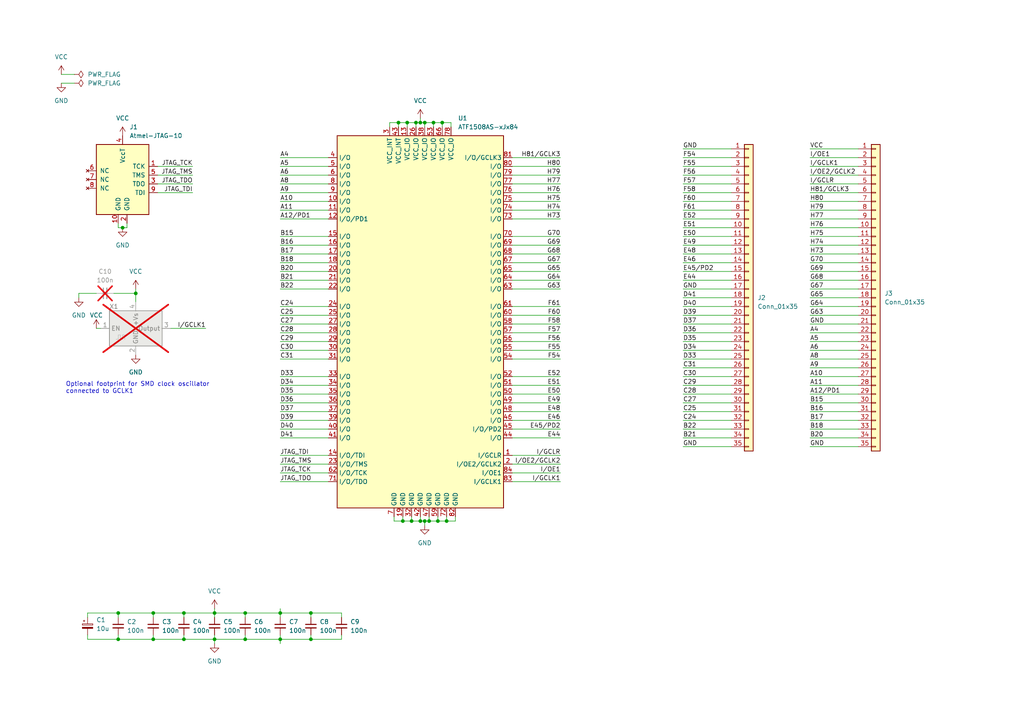
<source format=kicad_sch>
(kicad_sch (version 20230121) (generator eeschema)
  (paper "A4")
  (title_block (title "ATF1508 PLCC84 Breakout") (date "2023-06-17") (rev "A") (comment 2 "https://github.com/adrienkohlbecker/atf1508_plcc84_breakout") (comment 3 "Licensed under CERN-OHL-W v2") (comment 4 "Copyright © Adrien Kohlbecker"))
  (lib_symbols
    (symbol "Connector_Generic:Conn_01x35" (pin_names (offset 1.016) hide)
      (property "Reference" "J" (at 0 45.72 0))
      (property "Value" "Conn_01x35" (at 0 -45.72 0))
      (symbol "Conn_01x35_1_1"
        (rectangle (start -1.27 -43.053) (end 0 -43.307) (stroke (width 0.1524)))
        (rectangle (start -1.27 -40.513) (end 0 -40.767) (stroke (width 0.1524)))
        (rectangle (start -1.27 -37.973) (end 0 -38.227) (stroke (width 0.1524)))
        (rectangle (start -1.27 -35.433) (end 0 -35.687) (stroke (width 0.1524)))
        (rectangle (start -1.27 -32.893) (end 0 -33.147) (stroke (width 0.1524)))
        (rectangle (start -1.27 -30.353) (end 0 -30.607) (stroke (width 0.1524)))
        (rectangle (start -1.27 -27.813) (end 0 -28.067) (stroke (width 0.1524)))
        (rectangle (start -1.27 -25.273) (end 0 -25.527) (stroke (width 0.1524)))
        (rectangle (start -1.27 -22.733) (end 0 -22.987) (stroke (width 0.1524)))
        (rectangle (start -1.27 -20.193) (end 0 -20.447) (stroke (width 0.1524)))
        (rectangle (start -1.27 -17.653) (end 0 -17.907) (stroke (width 0.1524)))
        (rectangle (start -1.27 -15.113) (end 0 -15.367) (stroke (width 0.1524)))
        (rectangle (start -1.27 -12.573) (end 0 -12.827) (stroke (width 0.1524)))
        (rectangle (start -1.27 -10.033) (end 0 -10.287) (stroke (width 0.1524)))
        (rectangle (start -1.27 -7.493) (end 0 -7.747) (stroke (width 0.1524)))
        (rectangle (start -1.27 -4.953) (end 0 -5.207) (stroke (width 0.1524)))
        (rectangle (start -1.27 -2.413) (end 0 -2.667) (stroke (width 0.1524)))
        (rectangle (start -1.27 0.127) (end 0 -0.127) (stroke (width 0.1524)))
        (rectangle (start -1.27 2.667) (end 0 2.413) (stroke (width 0.1524)))
        (rectangle (start -1.27 5.207) (end 0 4.953) (stroke (width 0.1524)))
        (rectangle (start -1.27 7.747) (end 0 7.493) (stroke (width 0.1524)))
        (rectangle (start -1.27 10.287) (end 0 10.033) (stroke (width 0.1524)))
        (rectangle (start -1.27 12.827) (end 0 12.573) (stroke (width 0.1524)))
        (rectangle (start -1.27 15.367) (end 0 15.113) (stroke (width 0.1524)))
        (rectangle (start -1.27 17.907) (end 0 17.653) (stroke (width 0.1524)))
        (rectangle (start -1.27 20.447) (end 0 20.193) (stroke (width 0.1524)))
        (rectangle (start -1.27 22.987) (end 0 22.733) (stroke (width 0.1524)))
        (rectangle (start -1.27 25.527) (end 0 25.273) (stroke (width 0.1524)))
        (rectangle (start -1.27 28.067) (end 0 27.813) (stroke (width 0.1524)))
        (rectangle (start -1.27 30.607) (end 0 30.353) (stroke (width 0.1524)))
        (rectangle (start -1.27 33.147) (end 0 32.893) (stroke (width 0.1524)))
        (rectangle (start -1.27 35.687) (end 0 35.433) (stroke (width 0.1524)))
        (rectangle (start -1.27 38.227) (end 0 37.973) (stroke (width 0.1524)))
        (rectangle (start -1.27 40.767) (end 0 40.513) (stroke (width 0.1524)))
        (rectangle (start -1.27 43.307) (end 0 43.053) (stroke (width 0.1524)))
        (rectangle (start -1.27 44.45) (end 1.27 -44.45) (stroke (width 0.254)) (fill (type background)))
        (pin passive line (at -5.08 43.18 0) (length 3.81) (name "Pin_1") (number "1"))
        (pin passive line (at -5.08 20.32 0) (length 3.81) (name "Pin_10") (number "10"))
        (pin passive line (at -5.08 17.78 0) (length 3.81) (name "Pin_11") (number "11"))
        (pin passive line (at -5.08 15.24 0) (length 3.81) (name "Pin_12") (number "12"))
        (pin passive line (at -5.08 12.7 0) (length 3.81) (name "Pin_13") (number "13"))
        (pin passive line (at -5.08 10.16 0) (length 3.81) (name "Pin_14") (number "14"))
        (pin passive line (at -5.08 7.62 0) (length 3.81) (name "Pin_15") (number "15"))
        (pin passive line (at -5.08 5.08 0) (length 3.81) (name "Pin_16") (number "16"))
        (pin passive line (at -5.08 2.54 0) (length 3.81) (name "Pin_17") (number "17"))
        (pin passive line (at -5.08 0 0) (length 3.81) (name "Pin_18") (number "18"))
        (pin passive line (at -5.08 -2.54 0) (length 3.81) (name "Pin_19") (number "19"))
        (pin passive line (at -5.08 40.64 0) (length 3.81) (name "Pin_2") (number "2"))
        (pin passive line (at -5.08 -5.08 0) (length 3.81) (name "Pin_20") (number "20"))
        (pin passive line (at -5.08 -7.62 0) (length 3.81) (name "Pin_21") (number "21"))
        (pin passive line (at -5.08 -10.16 0) (length 3.81) (name "Pin_22") (number "22"))
        (pin passive line (at -5.08 -12.7 0) (length 3.81) (name "Pin_23") (number "23"))
        (pin passive line (at -5.08 -15.24 0) (length 3.81) (name "Pin_24") (number "24"))
        (pin passive line (at -5.08 -17.78 0) (length 3.81) (name "Pin_25") (number "25"))
        (pin passive line (at -5.08 -20.32 0) (length 3.81) (name "Pin_26") (number "26"))
        (pin passive line (at -5.08 -22.86 0) (length 3.81) (name "Pin_27") (number "27"))
        (pin passive line (at -5.08 -25.4 0) (length 3.81) (name "Pin_28") (number "28"))
        (pin passive line (at -5.08 -27.94 0) (length 3.81) (name "Pin_29") (number "29"))
        (pin passive line (at -5.08 38.1 0) (length 3.81) (name "Pin_3") (number "3"))
        (pin passive line (at -5.08 -30.48 0) (length 3.81) (name "Pin_30") (number "30"))
        (pin passive line (at -5.08 -33.02 0) (length 3.81) (name "Pin_31") (number "31"))
        (pin passive line (at -5.08 -35.56 0) (length 3.81) (name "Pin_32") (number "32"))
        (pin passive line (at -5.08 -38.1 0) (length 3.81) (name "Pin_33") (number "33"))
        (pin passive line (at -5.08 -40.64 0) (length 3.81) (name "Pin_34") (number "34"))
        (pin passive line (at -5.08 -43.18 0) (length 3.81) (name "Pin_35") (number "35"))
        (pin passive line (at -5.08 35.56 0) (length 3.81) (name "Pin_4") (number "4"))
        (pin passive line (at -5.08 33.02 0) (length 3.81) (name "Pin_5") (number "5"))
        (pin passive line (at -5.08 30.48 0) (length 3.81) (name "Pin_6") (number "6"))
        (pin passive line (at -5.08 27.94 0) (length 3.81) (name "Pin_7") (number "7"))
        (pin passive line (at -5.08 25.4 0) (length 3.81) (name "Pin_8") (number "8"))
        (pin passive line (at -5.08 22.86 0) (length 3.81) (name "Pin_9") (number "9"))
      )
    )
    (symbol "Device:C_Polarized_Small" (pin_numbers hide) (pin_names (offset 0.254) hide)
      (property "Reference" "C" (at 0.254 1.778 0))
      (property "Value" "C_Polarized_Small" (at 0.254 -2.032 0))
      (symbol "C_Polarized_Small_0_1"
        (rectangle (start -1.524 -0.3048) (end 1.524 -0.6858) (fill (type outline)))
        (rectangle (start -1.524 0.6858) (end 1.524 0.3048))
        (polyline (pts (xy -1.27 1.524) (xy -0.762 1.524)))
        (polyline (pts (xy -1.016 1.27) (xy -1.016 1.778)))
      )
      (symbol "C_Polarized_Small_1_1"
        (pin passive line (at 0 2.54 270) (length 1.8542) (name "~") (number "1"))
        (pin passive line (at 0 -2.54 90) (length 1.8542) (name "~") (number "2"))
      )
    )
    (symbol "Device:C_Small" (pin_numbers hide) (pin_names (offset 0.254) hide)
      (property "Reference" "C" (at 0.254 1.778 0))
      (property "Value" "C_Small" (at 0.254 -2.032 0))
      (symbol "C_Small_0_1"
        (polyline (pts (xy -1.524 -0.508) (xy 1.524 -0.508)) (stroke (width 0.3302)))
        (polyline (pts (xy -1.524 0.508) (xy 1.524 0.508)) (stroke (width 0.3048)))
      )
      (symbol "C_Small_1_1"
        (pin passive line (at 0 2.54 270) (length 2.032) (name "~") (number "1"))
        (pin passive line (at 0 -2.54 90) (length 2.032) (name "~") (number "2"))
      )
    )
    (symbol "Oscillator:CFPS-72"
      (property "Reference" "X1" (at 13.97 3.8861 0))
      (property "Value" "CFPS-72" (at 13.97 1.3461 0))
      (symbol "CFPS-72_0_1"
        (polyline (pts (xy -5.715 -3.175) (xy -5.08 -3.175) (xy -5.08 -1.905) (xy -4.445 -1.905) (xy -4.445 -3.175) (xy -3.81 -3.175) (xy -3.81 -1.905) (xy -3.175 -1.905) (xy -3.175 -3.175)) (stroke (width 0.0005)))
      )
      (symbol "CFPS-72_1_1"
        (rectangle (start -7.62 5.08) (end 7.62 -5.08) (stroke (width 0.254)) (fill (type background)))
        (pin input line (at -10.16 0 0) (length 2.54) (name "EN") (number "1"))
        (pin power_in line (at 0 -7.62 90) (length 2.54) (name "GND") (number "2"))
        (pin output line (at 10.16 0 180) (length 2.54) (name "Output") (number "3"))
        (pin power_in line (at 0 7.62 270) (length 2.54) (name "+Vs") (number "4"))
      )
    )
    (symbol "atf1508_plcc84_breakout:ATF1508AS-xJx84"
      (property "Reference" "U?" (at -22.86 53.34 0))
      (property "Value" "ATF1508AS-xJx84" (at 15.24 53.34 0))
      (symbol "ATF1508AS-xJx84_0_1"
        (rectangle (start -24.13 52.07) (end 24.13 -55.88) (stroke (width 0.254)) (fill (type background)))
      )
      (symbol "ATF1508AS-xJx84_1_1"
        (pin input line (at 26.67 -40.64 180) (length 2.54) (name "I/GCLR") (number "1"))
        (pin bidirectional line (at -26.67 33.02 0) (length 2.54) (name "I/O") (number "10"))
        (pin bidirectional line (at -26.67 30.48 0) (length 2.54) (name "I/O") (number "11"))
        (pin bidirectional line (at -26.67 27.94 0) (length 2.54) (name "I/O/PD1") (number "12"))
        (pin power_in line (at -3.81 54.61 270) (length 2.54) (name "VCC_IO") (number "13"))
        (pin bidirectional line (at -26.67 -40.64 0) (length 2.54) (name "I/O/TDI") (number "14"))
        (pin bidirectional line (at -26.67 22.86 0) (length 2.54) (name "I/O") (number "15"))
        (pin bidirectional line (at -26.67 20.32 0) (length 2.54) (name "I/O") (number "16"))
        (pin bidirectional line (at -26.67 17.78 0) (length 2.54) (name "I/O") (number "17"))
        (pin bidirectional line (at -26.67 15.24 0) (length 2.54) (name "I/O") (number "18"))
        (pin power_in line (at -5.08 -58.42 90) (length 2.54) (name "GND") (number "19"))
        (pin input line (at 26.67 -43.18 180) (length 2.54) (name "I/OE2/GCLK2") (number "2"))
        (pin bidirectional line (at -26.67 12.7 0) (length 2.54) (name "I/O") (number "20"))
        (pin bidirectional line (at -26.67 10.16 0) (length 2.54) (name "I/O") (number "21"))
        (pin bidirectional line (at -26.67 7.62 0) (length 2.54) (name "I/O") (number "22"))
        (pin bidirectional line (at -26.67 -43.18 0) (length 2.54) (name "I/O/TMS") (number "23"))
        (pin bidirectional line (at -26.67 2.54 0) (length 2.54) (name "I/O") (number "24"))
        (pin bidirectional line (at -26.67 0 0) (length 2.54) (name "I/O") (number "25"))
        (pin power_in line (at -1.27 54.61 270) (length 2.54) (name "VCC_IO") (number "26"))
        (pin bidirectional line (at -26.67 -2.54 0) (length 2.54) (name "I/O") (number "27"))
        (pin bidirectional line (at -26.67 -5.08 0) (length 2.54) (name "I/O") (number "28"))
        (pin bidirectional line (at -26.67 -7.62 0) (length 2.54) (name "I/O") (number "29"))
        (pin power_in line (at -8.89 54.61 270) (length 2.54) (name "VCC_INT") (number "3"))
        (pin bidirectional line (at -26.67 -10.16 0) (length 2.54) (name "I/O") (number "30"))
        (pin bidirectional line (at -26.67 -12.7 0) (length 2.54) (name "I/O") (number "31"))
        (pin power_in line (at -2.54 -58.42 90) (length 2.54) (name "GND") (number "32"))
        (pin bidirectional line (at -26.67 -17.78 0) (length 2.54) (name "I/O") (number "33"))
        (pin bidirectional line (at -26.67 -20.32 0) (length 2.54) (name "I/O") (number "34"))
        (pin bidirectional line (at -26.67 -22.86 0) (length 2.54) (name "I/O") (number "35"))
        (pin bidirectional line (at -26.67 -25.4 0) (length 2.54) (name "I/O") (number "36"))
        (pin bidirectional line (at -26.67 -27.94 0) (length 2.54) (name "I/O") (number "37"))
        (pin power_in line (at 1.27 54.61 270) (length 2.54) (name "VCC_IO") (number "38"))
        (pin bidirectional line (at -26.67 -30.48 0) (length 2.54) (name "I/O") (number "39"))
        (pin bidirectional line (at -26.67 45.72 0) (length 2.54) (name "I/O") (number "4"))
        (pin bidirectional line (at -26.67 -33.02 0) (length 2.54) (name "I/O") (number "40"))
        (pin bidirectional line (at -26.67 -35.56 0) (length 2.54) (name "I/O") (number "41"))
        (pin power_in line (at 0 -58.42 90) (length 2.54) (name "GND") (number "42"))
        (pin power_in line (at -6.35 54.61 270) (length 2.54) (name "VCC_INT") (number "43"))
        (pin bidirectional line (at 26.67 -35.56 180) (length 2.54) (name "I/O") (number "44"))
        (pin bidirectional line (at 26.67 -33.02 180) (length 2.54) (name "I/O/PD2") (number "45"))
        (pin bidirectional line (at 26.67 -30.48 180) (length 2.54) (name "I/O") (number "46"))
        (pin power_in line (at 2.54 -58.42 90) (length 2.54) (name "GND") (number "47"))
        (pin bidirectional line (at 26.67 -27.94 180) (length 2.54) (name "I/O") (number "48"))
        (pin bidirectional line (at 26.67 -25.4 180) (length 2.54) (name "I/O") (number "49"))
        (pin bidirectional line (at -26.67 43.18 0) (length 2.54) (name "I/O") (number "5"))
        (pin bidirectional line (at 26.67 -22.86 180) (length 2.54) (name "I/O") (number "50"))
        (pin bidirectional line (at 26.67 -20.32 180) (length 2.54) (name "I/O") (number "51"))
        (pin bidirectional line (at 26.67 -17.78 180) (length 2.54) (name "I/O") (number "52"))
        (pin power_in line (at 3.81 54.61 270) (length 2.54) (name "VCC_IO") (number "53"))
        (pin bidirectional line (at 26.67 -12.7 180) (length 2.54) (name "I/O") (number "54"))
        (pin bidirectional line (at 26.67 -10.16 180) (length 2.54) (name "I/O") (number "55"))
        (pin bidirectional line (at 26.67 -7.62 180) (length 2.54) (name "I/O") (number "56"))
        (pin bidirectional line (at 26.67 -5.08 180) (length 2.54) (name "I/O") (number "57"))
        (pin bidirectional line (at 26.67 -2.54 180) (length 2.54) (name "I/O") (number "58"))
        (pin power_in line (at 5.08 -58.42 90) (length 2.54) (name "GND") (number "59"))
        (pin bidirectional line (at -26.67 40.64 0) (length 2.54) (name "I/O") (number "6"))
        (pin bidirectional line (at 26.67 0 180) (length 2.54) (name "I/O") (number "60"))
        (pin bidirectional line (at 26.67 2.54 180) (length 2.54) (name "I/O") (number "61"))
        (pin bidirectional line (at -26.67 -45.72 0) (length 2.54) (name "I/O/TCK") (number "62"))
        (pin bidirectional line (at 26.67 7.62 180) (length 2.54) (name "I/O") (number "63"))
        (pin bidirectional line (at 26.67 10.16 180) (length 2.54) (name "I/O") (number "64"))
        (pin bidirectional line (at 26.67 12.7 180) (length 2.54) (name "I/O") (number "65"))
        (pin power_in line (at 6.35 54.61 270) (length 2.54) (name "VCC_IO") (number "66"))
        (pin bidirectional line (at 26.67 15.24 180) (length 2.54) (name "I/O") (number "67"))
        (pin bidirectional line (at 26.67 17.78 180) (length 2.54) (name "I/O") (number "68"))
        (pin bidirectional line (at 26.67 20.32 180) (length 2.54) (name "I/O") (number "69"))
        (pin power_in line (at -7.62 -58.42 90) (length 2.54) (name "GND") (number "7"))
        (pin bidirectional line (at 26.67 22.86 180) (length 2.54) (name "I/O") (number "70"))
        (pin bidirectional line (at -26.67 -48.26 0) (length 2.54) (name "I/O/TDO") (number "71"))
        (pin power_in line (at 7.62 -58.42 90) (length 2.54) (name "GND") (number "72"))
        (pin bidirectional line (at 26.67 27.94 180) (length 2.54) (name "I/O") (number "73"))
        (pin bidirectional line (at 26.67 30.48 180) (length 2.54) (name "I/O") (number "74"))
        (pin bidirectional line (at 26.67 33.02 180) (length 2.54) (name "I/O") (number "75"))
        (pin bidirectional line (at 26.67 35.56 180) (length 2.54) (name "I/O") (number "76"))
        (pin bidirectional line (at 26.67 38.1 180) (length 2.54) (name "I/O") (number "77"))
        (pin power_in line (at 8.89 54.61 270) (length 2.54) (name "VCC_IO") (number "78"))
        (pin bidirectional line (at 26.67 40.64 180) (length 2.54) (name "I/O") (number "79"))
        (pin bidirectional line (at -26.67 38.1 0) (length 2.54) (name "I/O") (number "8"))
        (pin bidirectional line (at 26.67 43.18 180) (length 2.54) (name "I/O") (number "80"))
        (pin bidirectional line (at 26.67 45.72 180) (length 2.54) (name "I/O/GCLK3") (number "81"))
        (pin power_in line (at 10.16 -58.42 90) (length 2.54) (name "GND") (number "82"))
        (pin input line (at 26.67 -48.26 180) (length 2.54) (name "I/GCLK1") (number "83"))
        (pin input line (at 26.67 -45.72 180) (length 2.54) (name "I/OE1") (number "84"))
        (pin bidirectional line (at -26.67 35.56 0) (length 2.54) (name "I/O") (number "9"))
      )
    )
    (symbol "atf1508_plcc84_breakout:Atmel-JTAG-10" (pin_names (offset 1.016))
      (property "Reference" "J" (at -7.62 11.43 0))
      (property "Value" "Atmel-JTAG-10" (at 2.54 11.43 0))
      (symbol "Atmel-JTAG-10_0_1"
        (rectangle (start -7.62 10.16) (end 7.62 -10.16) (stroke (width 0.254)) (fill (type background)))
      )
      (symbol "Atmel-JTAG-10_1_1"
        (pin output line (at 10.16 3.81 180) (length 2.54) (name "TCK") (number "1"))
        (pin power_in line (at -1.27 -12.7 90) (length 2.54) (name "GND") (number "10"))
        (pin passive line (at 1.27 -12.7 90) (length 2.54) (name "GND") (number "2"))
        (pin input line (at 10.16 -1.27 180) (length 2.54) (name "TDO") (number "3"))
        (pin power_in line (at 0 12.7 270) (length 2.54) (name "VccT") (number "4"))
        (pin output line (at 10.16 1.27 180) (length 2.54) (name "TMS") (number "5"))
        (pin no_connect line (at -10.16 2.54 0) (length 2.54) (name "NC") (number "6"))
        (pin no_connect line (at -10.16 0 0) (length 2.54) (name "NC") (number "7"))
        (pin no_connect line (at -10.16 -2.54 0) (length 2.54) (name "NC") (number "8"))
        (pin output line (at 10.16 -3.81 180) (length 2.54) (name "TDI") (number "9"))
      )
    )
    (symbol "power:GND" (power) (pin_names (offset 0))
      (property "Value" "GND" (at 0 -3.81 0))
      (symbol "GND_0_1"
        (polyline (pts (xy 0 0) (xy 0 -1.27) (xy 1.27 -1.27) (xy 0 -2.54) (xy -1.27 -1.27) (xy 0 -1.27)))
      )
      (symbol "GND_1_1"
        (pin power_in line (at 0 0 270) (length 0) hide (name "GND") (number "1"))
      )
    )
    (symbol "power:PWR_FLAG" (power) (pin_numbers hide) (pin_names (offset 0) hide)
      (property "Value" "PWR_FLAG" (at 0 3.81 0))
      (symbol "PWR_FLAG_0_0"
        (pin power_out line (at 0 0 90) (length 0) (name "pwr") (number "1"))
      )
      (symbol "PWR_FLAG_0_1"
        (polyline (pts (xy 0 0) (xy 0 1.27) (xy -1.016 1.905) (xy 0 2.54) (xy 1.016 1.905) (xy 0 1.27)))
      )
    )
    (symbol "power:VCC" (power) (pin_names (offset 0))
      (property "Value" "VCC" (at 0 3.81 0))
      (symbol "VCC_0_1"
        (polyline (pts (xy -0.762 1.27) (xy 0 2.54)))
        (polyline (pts (xy 0 0) (xy 0 2.54)))
        (polyline (pts (xy 0 2.54) (xy 0.762 1.27)))
      )
      (symbol "VCC_1_1"
        (pin power_in line (at 0 0 90) (length 0) hide (name "VCC") (number "1"))
      )
    )
  )
  (junction (at 44.45 177.8))
  (junction (at 121.92 151.13))
  (junction (at 115.57 35.56))
  (junction (at 90.17 185.42))
  (junction (at 120.65 35.56))
  (junction (at 71.12 185.42))
  (junction (at 81.28 185.42))
  (junction (at 35.56 66.04))
  (junction (at 62.23 185.42))
  (junction (at 71.12 177.8))
  (junction (at 124.46 151.13))
  (junction (at 118.11 35.56))
  (junction (at 128.27 35.56))
  (junction (at 34.29 185.42))
  (junction (at 119.38 151.13))
  (junction (at 116.84 151.13))
  (junction (at 62.23 177.8))
  (junction (at 53.34 177.8))
  (junction (at 127 151.13))
  (junction (at 81.28 177.8))
  (junction (at 121.92 35.56))
  (junction (at 53.34 185.42))
  (junction (at 129.54 151.13))
  (junction (at 90.17 177.8))
  (junction (at 44.45 185.42))
  (junction (at 39.37 85.09))
  (junction (at 123.19 151.13))
  (junction (at 125.73 35.56))
  (junction (at 123.19 35.56))
  (junction (at 34.29 177.8))
  (wire (pts (xy 212.09 119.38) (xy 198.12 119.38)))
  (wire (pts (xy 123.19 151.13) (xy 123.19 152.4)))
  (wire (pts (xy 81.28 101.6) (xy 95.25 101.6)))
  (wire (pts (xy 81.28 71.12) (xy 95.25 71.12)))
  (wire (pts (xy 148.59 121.92) (xy 162.56 121.92)))
  (wire (pts (xy 27.94 95.25) (xy 29.21 95.25)))
  (wire (pts (xy 22.86 85.09) (xy 27.94 85.09)))
  (wire (pts (xy 34.29 177.8) (xy 34.29 179.07)))
  (wire (pts (xy 39.37 85.09) (xy 39.37 83.82)))
  (wire (pts (xy 148.59 104.14) (xy 162.56 104.14)))
  (wire (pts (xy 148.59 58.42) (xy 162.56 58.42)))
  (wire (pts (xy 132.08 151.13) (xy 132.08 149.86)))
  (wire (pts (xy 234.95 124.46) (xy 248.92 124.46)))
  (wire (pts (xy 148.59 101.6) (xy 162.56 101.6)))
  (wire (pts (xy 81.28 139.7) (xy 95.25 139.7)))
  (wire (pts (xy 248.92 60.96) (xy 234.95 60.96)))
  (wire (pts (xy 198.12 55.88) (xy 212.09 55.88)))
  (wire (pts (xy 212.09 86.36) (xy 198.12 86.36)))
  (wire (pts (xy 53.34 177.8) (xy 53.34 179.07)))
  (wire (pts (xy 234.95 101.6) (xy 248.92 101.6)))
  (wire (pts (xy 198.12 73.66) (xy 212.09 73.66)))
  (wire (pts (xy 45.72 50.8) (xy 55.88 50.8)))
  (wire (pts (xy 17.78 24.13) (xy 21.59 24.13)))
  (wire (pts (xy 81.28 63.5) (xy 95.25 63.5)))
  (wire (pts (xy 81.28 127) (xy 95.25 127)))
  (wire (pts (xy 148.59 55.88) (xy 162.56 55.88)))
  (wire (pts (xy 44.45 177.8) (xy 53.34 177.8)))
  (wire (pts (xy 81.28 76.2) (xy 95.25 76.2)))
  (wire (pts (xy 234.95 111.76) (xy 248.92 111.76)))
  (wire (pts (xy 128.27 35.56) (xy 128.27 36.83)))
  (wire (pts (xy 248.92 91.44) (xy 234.95 91.44)))
  (wire (pts (xy 45.72 55.88) (xy 55.88 55.88)))
  (wire (pts (xy 81.28 177.8) (xy 90.17 177.8)))
  (wire (pts (xy 212.09 111.76) (xy 198.12 111.76)))
  (wire (pts (xy 22.86 86.36) (xy 22.86 85.09)))
  (wire (pts (xy 248.92 63.5) (xy 234.95 63.5)))
  (wire (pts (xy 212.09 106.68) (xy 198.12 106.68)))
  (wire (pts (xy 148.59 48.26) (xy 162.56 48.26)))
  (wire (pts (xy 198.12 68.58) (xy 212.09 68.58)))
  (wire (pts (xy 198.12 50.8) (xy 212.09 50.8)))
  (wire (pts (xy 81.28 134.62) (xy 95.25 134.62)))
  (wire (pts (xy 123.19 151.13) (xy 121.92 151.13)))
  (wire (pts (xy 81.28 185.42) (xy 81.28 184.15)))
  (wire (pts (xy 148.59 96.52) (xy 162.56 96.52)))
  (wire (pts (xy 248.92 81.28) (xy 234.95 81.28)))
  (wire (pts (xy 115.57 35.56) (xy 115.57 36.83)))
  (wire (pts (xy 34.29 177.8) (xy 25.4 177.8)))
  (wire (pts (xy 81.28 114.3) (xy 95.25 114.3)))
  (wire (pts (xy 62.23 177.8) (xy 53.34 177.8)))
  (wire (pts (xy 116.84 151.13) (xy 116.84 149.86)))
  (wire (pts (xy 81.28 78.74) (xy 95.25 78.74)))
  (wire (pts (xy 148.59 91.44) (xy 162.56 91.44)))
  (wire (pts (xy 62.23 185.42) (xy 71.12 185.42)))
  (wire (pts (xy 248.92 86.36) (xy 234.95 86.36)))
  (wire (pts (xy 148.59 76.2) (xy 162.56 76.2)))
  (wire (pts (xy 234.95 109.22) (xy 248.92 109.22)))
  (wire (pts (xy 90.17 185.42) (xy 99.06 185.42)))
  (wire (pts (xy 148.59 60.96) (xy 162.56 60.96)))
  (wire (pts (xy 39.37 85.09) (xy 39.37 87.63)))
  (wire (pts (xy 121.92 34.29) (xy 121.92 35.56)))
  (wire (pts (xy 198.12 45.72) (xy 212.09 45.72)))
  (wire (pts (xy 53.34 185.42) (xy 53.34 184.15)))
  (wire (pts (xy 90.17 185.42) (xy 90.17 184.15)))
  (wire (pts (xy 148.59 119.38) (xy 162.56 119.38)))
  (wire (pts (xy 129.54 151.13) (xy 129.54 149.86)))
  (wire (pts (xy 81.28 55.88) (xy 95.25 55.88)))
  (wire (pts (xy 62.23 185.42) (xy 62.23 184.15)))
  (wire (pts (xy 234.95 45.72) (xy 248.92 45.72)))
  (wire (pts (xy 248.92 71.12) (xy 234.95 71.12)))
  (wire (pts (xy 162.56 132.08) (xy 148.59 132.08)))
  (wire (pts (xy 35.56 66.04) (xy 36.83 66.04)))
  (wire (pts (xy 234.95 114.3) (xy 248.92 114.3)))
  (wire (pts (xy 198.12 71.12) (xy 212.09 71.12)))
  (wire (pts (xy 129.54 151.13) (xy 132.08 151.13)))
  (wire (pts (xy 114.3 151.13) (xy 114.3 149.86)))
  (wire (pts (xy 212.09 88.9) (xy 198.12 88.9)))
  (wire (pts (xy 45.72 53.34) (xy 55.88 53.34)))
  (wire (pts (xy 148.59 116.84) (xy 162.56 116.84)))
  (wire (pts (xy 248.92 66.04) (xy 234.95 66.04)))
  (wire (pts (xy 115.57 35.56) (xy 113.03 35.56)))
  (wire (pts (xy 81.28 119.38) (xy 95.25 119.38)))
  (wire (pts (xy 49.53 95.25) (xy 59.69 95.25)))
  (wire (pts (xy 116.84 151.13) (xy 114.3 151.13)))
  (wire (pts (xy 212.09 99.06) (xy 198.12 99.06)))
  (wire (pts (xy 121.92 149.86) (xy 121.92 151.13)))
  (wire (pts (xy 148.59 45.72) (xy 162.56 45.72)))
  (wire (pts (xy 53.34 185.42) (xy 62.23 185.42)))
  (wire (pts (xy 198.12 58.42) (xy 212.09 58.42)))
  (wire (pts (xy 248.92 73.66) (xy 234.95 73.66)))
  (wire (pts (xy 62.23 185.42) (xy 62.23 186.69)))
  (wire (pts (xy 81.28 177.8) (xy 81.28 179.07)))
  (wire (pts (xy 44.45 185.42) (xy 44.45 184.15)))
  (wire (pts (xy 148.59 73.66) (xy 162.56 73.66)))
  (wire (pts (xy 34.29 66.04) (xy 34.29 64.77)))
  (wire (pts (xy 81.28 45.72) (xy 95.25 45.72)))
  (wire (pts (xy 148.59 78.74) (xy 162.56 78.74)))
  (wire (pts (xy 124.46 151.13) (xy 123.19 151.13)))
  (wire (pts (xy 162.56 139.7) (xy 148.59 139.7)))
  (wire (pts (xy 148.59 53.34) (xy 162.56 53.34)))
  (wire (pts (xy 81.28 48.26) (xy 95.25 48.26)))
  (wire (pts (xy 148.59 81.28) (xy 162.56 81.28)))
  (wire (pts (xy 81.28 53.34) (xy 95.25 53.34)))
  (wire (pts (xy 212.09 104.14) (xy 198.12 104.14)))
  (wire (pts (xy 248.92 68.58) (xy 234.95 68.58)))
  (wire (pts (xy 81.28 60.96) (xy 95.25 60.96)))
  (wire (pts (xy 120.65 36.83) (xy 120.65 35.56)))
  (wire (pts (xy 148.59 88.9) (xy 162.56 88.9)))
  (wire (pts (xy 248.92 96.52) (xy 234.95 96.52)))
  (wire (pts (xy 234.95 93.98) (xy 248.92 93.98)))
  (wire (pts (xy 148.59 109.22) (xy 162.56 109.22)))
  (wire (pts (xy 33.02 85.09) (xy 39.37 85.09)))
  (wire (pts (xy 212.09 101.6) (xy 198.12 101.6)))
  (wire (pts (xy 120.65 35.56) (xy 121.92 35.56)))
  (wire (pts (xy 81.28 111.76) (xy 95.25 111.76)))
  (wire (pts (xy 123.19 35.56) (xy 123.19 36.83)))
  (wire (pts (xy 71.12 177.8) (xy 71.12 179.07)))
  (wire (pts (xy 212.09 96.52) (xy 198.12 96.52)))
  (wire (pts (xy 248.92 58.42) (xy 234.95 58.42)))
  (wire (pts (xy 130.81 35.56) (xy 130.81 36.83)))
  (wire (pts (xy 234.95 119.38) (xy 248.92 119.38)))
  (wire (pts (xy 234.95 99.06) (xy 248.92 99.06)))
  (wire (pts (xy 81.28 185.42) (xy 81.28 186.69)))
  (wire (pts (xy 81.28 91.44) (xy 95.25 91.44)))
  (wire (pts (xy 127 149.86) (xy 127 151.13)))
  (wire (pts (xy 198.12 53.34) (xy 212.09 53.34)))
  (wire (pts (xy 81.28 132.08) (xy 95.25 132.08)))
  (wire (pts (xy 36.83 66.04) (xy 36.83 64.77)))
  (wire (pts (xy 198.12 129.54) (xy 212.09 129.54)))
  (wire (pts (xy 99.06 177.8) (xy 99.06 179.07)))
  (wire (pts (xy 148.59 68.58) (xy 162.56 68.58)))
  (wire (pts (xy 198.12 78.74) (xy 212.09 78.74)))
  (wire (pts (xy 234.95 127) (xy 248.92 127)))
  (wire (pts (xy 234.95 106.68) (xy 248.92 106.68)))
  (wire (pts (xy 234.95 121.92) (xy 248.92 121.92)))
  (wire (pts (xy 81.28 88.9) (xy 95.25 88.9)))
  (wire (pts (xy 25.4 177.8) (xy 25.4 179.07)))
  (wire (pts (xy 81.28 58.42) (xy 95.25 58.42)))
  (wire (pts (xy 125.73 35.56) (xy 128.27 35.56)))
  (wire (pts (xy 81.28 121.92) (xy 95.25 121.92)))
  (wire (pts (xy 212.09 93.98) (xy 198.12 93.98)))
  (wire (pts (xy 148.59 124.46) (xy 162.56 124.46)))
  (wire (pts (xy 81.28 68.58) (xy 95.25 68.58)))
  (wire (pts (xy 119.38 151.13) (xy 119.38 149.86)))
  (wire (pts (xy 62.23 177.8) (xy 62.23 179.07)))
  (wire (pts (xy 148.59 93.98) (xy 162.56 93.98)))
  (wire (pts (xy 81.28 116.84) (xy 95.25 116.84)))
  (wire (pts (xy 81.28 185.42) (xy 90.17 185.42)))
  (wire (pts (xy 118.11 36.83) (xy 118.11 35.56)))
  (wire (pts (xy 125.73 35.56) (xy 125.73 36.83)))
  (wire (pts (xy 198.12 60.96) (xy 212.09 60.96)))
  (wire (pts (xy 81.28 124.46) (xy 95.25 124.46)))
  (wire (pts (xy 148.59 83.82) (xy 162.56 83.82)))
  (wire (pts (xy 234.95 104.14) (xy 248.92 104.14)))
  (wire (pts (xy 148.59 99.06) (xy 162.56 99.06)))
  (wire (pts (xy 198.12 127) (xy 212.09 127)))
  (wire (pts (xy 148.59 63.5) (xy 162.56 63.5)))
  (wire (pts (xy 212.09 109.22) (xy 198.12 109.22)))
  (wire (pts (xy 45.72 48.26) (xy 55.88 48.26)))
  (wire (pts (xy 119.38 151.13) (xy 116.84 151.13)))
  (wire (pts (xy 90.17 177.8) (xy 99.06 177.8)))
  (wire (pts (xy 81.28 96.52) (xy 95.25 96.52)))
  (wire (pts (xy 118.11 35.56) (xy 120.65 35.56)))
  (wire (pts (xy 99.06 185.42) (xy 99.06 184.15)))
  (wire (pts (xy 198.12 66.04) (xy 212.09 66.04)))
  (wire (pts (xy 25.4 185.42) (xy 25.4 184.15)))
  (wire (pts (xy 212.09 91.44) (xy 198.12 91.44)))
  (wire (pts (xy 127 151.13) (xy 129.54 151.13)))
  (wire (pts (xy 212.09 116.84) (xy 198.12 116.84)))
  (wire (pts (xy 81.28 137.16) (xy 95.25 137.16)))
  (wire (pts (xy 198.12 81.28) (xy 212.09 81.28)))
  (wire (pts (xy 162.56 134.62) (xy 148.59 134.62)))
  (wire (pts (xy 44.45 177.8) (xy 44.45 179.07)))
  (wire (pts (xy 44.45 177.8) (xy 34.29 177.8)))
  (wire (pts (xy 17.78 21.59) (xy 21.59 21.59)))
  (wire (pts (xy 162.56 137.16) (xy 148.59 137.16)))
  (wire (pts (xy 81.28 93.98) (xy 95.25 93.98)))
  (wire (pts (xy 234.95 53.34) (xy 248.92 53.34)))
  (wire (pts (xy 198.12 76.2) (xy 212.09 76.2)))
  (wire (pts (xy 71.12 185.42) (xy 71.12 184.15)))
  (wire (pts (xy 234.95 50.8) (xy 248.92 50.8)))
  (wire (pts (xy 81.28 109.22) (xy 95.25 109.22)))
  (wire (pts (xy 248.92 55.88) (xy 234.95 55.88)))
  (wire (pts (xy 198.12 43.18) (xy 212.09 43.18)))
  (wire (pts (xy 248.92 88.9) (xy 234.95 88.9)))
  (wire (pts (xy 124.46 149.86) (xy 124.46 151.13)))
  (wire (pts (xy 148.59 111.76) (xy 162.56 111.76)))
  (wire (pts (xy 81.28 73.66) (xy 95.25 73.66)))
  (wire (pts (xy 148.59 127) (xy 162.56 127)))
  (wire (pts (xy 148.59 71.12) (xy 162.56 71.12)))
  (wire (pts (xy 81.28 176.53) (xy 81.28 177.8)))
  (wire (pts (xy 212.09 121.92) (xy 198.12 121.92)))
  (wire (pts (xy 34.29 185.42) (xy 34.29 184.15)))
  (wire (pts (xy 113.03 35.56) (xy 113.03 36.83)))
  (wire (pts (xy 234.95 116.84) (xy 248.92 116.84)))
  (wire (pts (xy 81.28 177.8) (xy 71.12 177.8)))
  (wire (pts (xy 44.45 185.42) (xy 53.34 185.42)))
  (wire (pts (xy 248.92 83.82) (xy 234.95 83.82)))
  (wire (pts (xy 128.27 35.56) (xy 130.81 35.56)))
  (wire (pts (xy 234.95 48.26) (xy 248.92 48.26)))
  (wire (pts (xy 127 151.13) (xy 124.46 151.13)))
  (wire (pts (xy 25.4 185.42) (xy 34.29 185.42)))
  (wire (pts (xy 62.23 176.53) (xy 62.23 177.8)))
  (wire (pts (xy 81.28 104.14) (xy 95.25 104.14)))
  (wire (pts (xy 198.12 63.5) (xy 212.09 63.5)))
  (wire (pts (xy 234.95 43.18) (xy 248.92 43.18)))
  (wire (pts (xy 81.28 81.28) (xy 95.25 81.28)))
  (wire (pts (xy 198.12 48.26) (xy 212.09 48.26)))
  (wire (pts (xy 34.29 185.42) (xy 44.45 185.42)))
  (wire (pts (xy 121.92 151.13) (xy 119.38 151.13)))
  (wire (pts (xy 35.56 66.04) (xy 34.29 66.04)))
  (wire (pts (xy 81.28 83.82) (xy 95.25 83.82)))
  (wire (pts (xy 90.17 177.8) (xy 90.17 179.07)))
  (wire (pts (xy 148.59 114.3) (xy 162.56 114.3)))
  (wire (pts (xy 234.95 76.2) (xy 248.92 76.2)))
  (wire (pts (xy 81.28 50.8) (xy 95.25 50.8)))
  (wire (pts (xy 148.59 50.8) (xy 162.56 50.8)))
  (wire (pts (xy 198.12 124.46) (xy 212.09 124.46)))
  (wire (pts (xy 121.92 35.56) (xy 123.19 35.56)))
  (wire (pts (xy 212.09 114.3) (xy 198.12 114.3)))
  (wire (pts (xy 81.28 99.06) (xy 95.25 99.06)))
  (wire (pts (xy 234.95 129.54) (xy 248.92 129.54)))
  (wire (pts (xy 71.12 185.42) (xy 81.28 185.42)))
  (wire (pts (xy 248.92 78.74) (xy 234.95 78.74)))
  (wire (pts (xy 123.19 35.56) (xy 125.73 35.56)))
  (wire (pts (xy 118.11 35.56) (xy 115.57 35.56)))
  (wire (pts (xy 198.12 83.82) (xy 212.09 83.82)))
  (wire (pts (xy 71.12 177.8) (xy 62.23 177.8)))
  (text "Optional footprint for SMD clock oscillator \nconnected to GCLK1" (at 19.05 114.3 0) (effects (font (size 1.27 1.27)) (justify left bottom)))
  (label "F58" (at 162.56 93.98 180))
  (label "C29" (at 81.28 99.06 0))
  (label "C30" (at 81.28 101.6 0))
  (label "F54" (at 162.56 104.14 180))
  (label "D34" (at 198.12 101.6 0))
  (label "D34" (at 81.28 111.76 0))
  (label "C28" (at 81.28 96.52 0))
  (label "F55" (at 162.56 101.6 180))
  (label "C31" (at 198.12 106.68 0))
  (label "I{slash}GCLR" (at 234.95 53.34 0))
  (label "A12{slash}PD1" (at 81.28 63.5 0))
  (label "D36" (at 81.28 116.84 0))
  (label "B16" (at 81.28 71.12 0))
  (label "C24" (at 81.28 88.9 0))
  (label "E48" (at 198.12 73.66 0))
  (label "A8" (at 81.28 53.34 0))
  (label "E45{slash}PD2" (at 162.56 124.46 180))
  (label "G63" (at 162.56 83.82 180))
  (label "JTAG_TCK" (at 81.28 137.16 0))
  (label "JTAG_TDI" (at 81.28 132.08 0))
  (label "E52" (at 198.12 63.5 0))
  (label "A11" (at 81.28 60.96 0))
  (label "H77" (at 162.56 53.34 180))
  (label "D35" (at 81.28 114.3 0))
  (label "A9" (at 81.28 55.88 0))
  (label "H79" (at 162.56 50.8 180))
  (label "C31" (at 81.28 104.14 0))
  (label "E48" (at 162.56 119.38 180))
  (label "A8" (at 234.95 104.14 0))
  (label "E46" (at 162.56 121.92 180))
  (label "F56" (at 162.56 99.06 180))
  (label "A11" (at 234.95 111.76 0))
  (label "E44" (at 198.12 81.28 0))
  (label "G70" (at 162.56 68.58 180))
  (label "E51" (at 198.12 66.04 0))
  (label "B22" (at 81.28 83.82 0))
  (label "F54" (at 198.12 45.72 0))
  (label "E45{slash}PD2" (at 198.12 78.74 0))
  (label "F61" (at 162.56 88.9 180))
  (label "C25" (at 198.12 119.38 0))
  (label "F57" (at 162.56 96.52 180))
  (label "I{slash}OE2{slash}GCLK2" (at 234.95 50.8 0))
  (label "G65" (at 162.56 78.74 180))
  (label "GND" (at 198.12 83.82 0))
  (label "JTAG_TMS" (at 81.28 134.62 0))
  (label "D36" (at 198.12 96.52 0))
  (label "C25" (at 81.28 91.44 0))
  (label "B21" (at 198.12 127 0))
  (label "C28" (at 198.12 114.3 0))
  (label "B15" (at 81.28 68.58 0))
  (label "JTAG_TDI" (at 55.88 55.88 180))
  (label "F57" (at 198.12 53.34 0))
  (label "I{slash}OE2{slash}GCLK2" (at 162.56 134.62 180))
  (label "C24" (at 198.12 121.92 0))
  (label "H81{slash}GCLK3" (at 162.56 45.72 180))
  (label "C27" (at 81.28 93.98 0))
  (label "I{slash}GCLK1" (at 234.95 48.26 0))
  (label "H79" (at 234.95 60.96 0))
  (label "VCC" (at 234.95 43.18 0))
  (label "H74" (at 234.95 71.12 0))
  (label "H76" (at 162.56 55.88 180))
  (label "G68" (at 234.95 81.28 0))
  (label "E50" (at 198.12 68.58 0))
  (label "D40" (at 198.12 88.9 0))
  (label "D39" (at 81.28 121.92 0))
  (label "C30" (at 198.12 109.22 0))
  (label "C27" (at 198.12 116.84 0))
  (label "H74" (at 162.56 60.96 180))
  (label "D37" (at 198.12 93.98 0))
  (label "A10" (at 81.28 58.42 0))
  (label "G68" (at 162.56 73.66 180))
  (label "E46" (at 198.12 76.2 0))
  (label "I{slash}GCLR" (at 162.56 132.08 180))
  (label "E44" (at 162.56 127 180))
  (label "D40" (at 81.28 124.46 0))
  (label "A4" (at 234.95 96.52 0))
  (label "GND" (at 198.12 43.18 0))
  (label "JTAG_TDO" (at 55.88 53.34 180))
  (label "F60" (at 162.56 91.44 180))
  (label "B21" (at 81.28 81.28 0))
  (label "JTAG_TMS" (at 55.88 50.8 180))
  (label "I{slash}OE1" (at 162.56 137.16 180))
  (label "GND" (at 234.95 93.98 0))
  (label "G65" (at 234.95 86.36 0))
  (label "G64" (at 162.56 81.28 180))
  (label "G67" (at 234.95 83.82 0))
  (label "G69" (at 234.95 78.74 0))
  (label "I{slash}GCLK1" (at 59.69 95.25 180))
  (label "A5" (at 234.95 99.06 0))
  (label "H73" (at 162.56 63.5 180))
  (label "D33" (at 81.28 109.22 0))
  (label "A12{slash}PD1" (at 234.95 114.3 0))
  (label "E49" (at 162.56 116.84 180))
  (label "A6" (at 81.28 50.8 0))
  (label "G63" (at 234.95 91.44 0))
  (label "H75" (at 162.56 58.42 180))
  (label "F56" (at 198.12 50.8 0))
  (label "JTAG_TDO" (at 81.28 139.7 0))
  (label "F61" (at 198.12 60.96 0))
  (label "H73" (at 234.95 73.66 0))
  (label "H77" (at 234.95 63.5 0))
  (label "C29" (at 198.12 111.76 0))
  (label "H80" (at 234.95 58.42 0))
  (label "JTAG_TCK" (at 55.88 48.26 180))
  (label "D35" (at 198.12 99.06 0))
  (label "E49" (at 198.12 71.12 0))
  (label "B22" (at 198.12 124.46 0))
  (label "D39" (at 198.12 91.44 0))
  (label "B18" (at 234.95 124.46 0))
  (label "F58" (at 198.12 55.88 0))
  (label "G67" (at 162.56 76.2 180))
  (label "H75" (at 234.95 68.58 0))
  (label "GND" (at 234.95 129.54 0))
  (label "E50" (at 162.56 114.3 180))
  (label "F55" (at 198.12 48.26 0))
  (label "B17" (at 81.28 73.66 0))
  (label "E52" (at 162.56 109.22 180))
  (label "B18" (at 81.28 76.2 0))
  (label "G69" (at 162.56 71.12 180))
  (label "GND" (at 198.12 129.54 0))
  (label "E51" (at 162.56 111.76 180))
  (label "G70" (at 234.95 76.2 0))
  (label "B20" (at 81.28 78.74 0))
  (label "H81{slash}GCLK3" (at 234.95 55.88 0))
  (label "A10" (at 234.95 109.22 0))
  (label "G64" (at 234.95 88.9 0))
  (label "F60" (at 198.12 58.42 0))
  (label "D37" (at 81.28 119.38 0))
  (label "A4" (at 81.28 45.72 0))
  (label "B16" (at 234.95 119.38 0))
  (label "D41" (at 198.12 86.36 0))
  (label "H76" (at 234.95 66.04 0))
  (label "B17" (at 234.95 121.92 0))
  (label "B20" (at 234.95 127 0))
  (label "A6" (at 234.95 101.6 0))
  (label "I{slash}OE1" (at 234.95 45.72 0))
  (label "D33" (at 198.12 104.14 0))
  (label "B15" (at 234.95 116.84 0))
  (label "I{slash}GCLK1" (at 162.56 139.7 180))
  (label "H80" (at 162.56 48.26 180))
  (label "D41" (at 81.28 127 0))
  (label "A5" (at 81.28 48.26 0))
  (label "A9" (at 234.95 106.68 0))
  (symbol (lib_id "power:VCC") (at 27.94 95.25 0) (unit 1)
    (property "Reference" "#PWR011" (effects hide))
    (property "Value" "VCC" (at 27.94 91.44 0))
  )
  (symbol (lib_id "power:VCC") (at 62.23 176.53 0) (unit 1)
    (property "Reference" "#PWR05" (effects hide))
    (property "Value" "VCC" (at 62.23 171.45 0))
  )
  (symbol (lib_id "power:VCC") (at 121.92 34.29 0) (unit 1)
    (property "Reference" "#PWR07" (effects hide))
    (property "Value" "VCC" (at 121.92 29.21 0))
  )
  (symbol (lib_id "power:GND") (at 22.86 86.36 0) (unit 1)
    (property "Reference" "#PWR012" (effects hide))
    (property "Value" "GND" (at 22.86 91.44 0))
  )
  (symbol (lib_id "power:VCC") (at 17.78 21.59 0) (unit 1)
    (property "Reference" "#PWR01" (effects hide))
    (property "Value" "VCC" (at 17.78 16.51 0))
  )
  (symbol (lib_id "Device:C_Small") (at 71.12 181.61 0) (unit 1)
    (property "Reference" "C6" (at 73.66 180.3462 0) (effects (justify left)))
    (property "Value" "100n" (at 73.66 182.8862 0) (effects (justify left)))
    (property "Footprint" "Capacitor_SMD:C_0805_2012Metric_Pad1.18x1.45mm_HandSolder" (effects hide))
  )
  (symbol (lib_id "power:GND") (at 39.37 102.87 0) (unit 1)
    (property "Reference" "#PWR010" (effects hide))
    (property "Value" "GND" (at 39.37 107.95 0))
  )
  (symbol (lib_id "power:GND") (at 62.23 186.69 0) (unit 1)
    (property "Reference" "#PWR06" (effects hide))
    (property "Value" "GND" (at 62.23 191.77 0))
  )
  (symbol (lib_id "Device:C_Small") (at 62.23 181.61 0) (unit 1)
    (property "Reference" "C5" (at 64.77 180.3462 0) (effects (justify left)))
    (property "Value" "100n" (at 64.77 182.8862 0) (effects (justify left)))
    (property "Footprint" "Capacitor_SMD:C_0805_2012Metric_Pad1.18x1.45mm_HandSolder" (effects hide))
  )
  (symbol (lib_id "Oscillator:CFPS-72") (at 39.37 95.25 0) (unit 1) (dnp yes)
    (property "Reference" "X1" (at 33.02 88.9 0))
    (property "Value" "xMHz" (effects hide))
    (property "Footprint" "Oscillator:Oscillator_SMD_IQD_IQXO70-4Pin_7.5x5.0mm_HandSoldering" (effects hide))
    (property "Datasheet" "https://www.iqdfrequencyproducts.com/products/details/cfps-72-14-01.pdf" (effects hide))
  )
  (symbol (lib_id "Device:C_Small") (at 90.17 181.61 0) (unit 1)
    (property "Reference" "C8" (at 92.71 180.3462 0) (effects (justify left)))
    (property "Value" "100n" (at 92.71 182.8862 0) (effects (justify left)))
    (property "Footprint" "Capacitor_SMD:C_0805_2012Metric_Pad1.18x1.45mm_HandSolder" (effects hide))
  )
  (symbol (lib_id "power:GND") (at 35.56 66.04 0) (unit 1)
    (property "Reference" "#PWR04" (effects hide))
    (property "Value" "GND" (at 35.56 71.12 0))
  )
  (symbol (lib_id "power:GND") (at 123.19 152.4 0) (unit 1)
    (property "Reference" "#PWR08" (effects hide))
    (property "Value" "GND" (at 123.19 157.48 0))
  )
  (symbol (lib_id "atf1508_plcc84_breakout:Atmel-JTAG-10") (at 35.56 52.07 0) (unit 1)
    (property "Reference" "J1" (at 37.5794 36.83 0) (effects (justify left)))
    (property "Value" "Atmel-JTAG-10" (at 37.5794 39.37 0) (effects (justify left)))
    (property "Footprint" "Connector_IDC:IDC-Header_2x05_P2.54mm_Vertical" (effects hide))
    (property "Datasheet" " ~" (effects hide))
  )
  (symbol (lib_id "power:VCC") (at 35.56 39.37 0) (unit 1)
    (property "Reference" "#PWR03" (effects hide))
    (property "Value" "VCC" (at 35.56 34.29 0))
  )
  (symbol (lib_id "Connector_Generic:Conn_01x35") (at 217.17 86.36 0) (unit 1)
    (property "Reference" "J2" (at 219.71 86.3599 0) (effects (justify left)))
    (property "Value" "Conn_01x35" (at 219.71 88.8999 0) (effects (justify left)))
    (property "Footprint" "Connector_PinHeader_2.54mm:PinHeader_1x35_P2.54mm_Vertical" (effects hide))
  )
  (symbol (lib_id "power:PWR_FLAG") (at 21.59 21.59 270) (unit 1)
    (property "Reference" "#FLG01" (effects hide))
    (property "Value" "PWR_FLAG" (at 25.4 21.5899 90) (effects (justify left)))
  )
  (symbol (lib_id "Device:C_Small") (at 99.06 181.61 0) (unit 1)
    (property "Reference" "C9" (at 101.6 180.3462 0) (effects (justify left)))
    (property "Value" "100n" (at 101.6 182.8862 0) (effects (justify left)))
    (property "Footprint" "Capacitor_SMD:C_0805_2012Metric_Pad1.18x1.45mm_HandSolder" (effects hide))
  )
  (symbol (lib_id "Device:C_Small") (at 81.28 181.61 0) (unit 1)
    (property "Reference" "C7" (at 83.82 180.3462 0) (effects (justify left)))
    (property "Value" "100n" (at 83.82 182.8862 0) (effects (justify left)))
    (property "Footprint" "Capacitor_SMD:C_0805_2012Metric_Pad1.18x1.45mm_HandSolder" (effects hide))
  )
  (symbol (lib_id "atf1508_plcc84_breakout:ATF1508AS-xJx84") (at 121.92 91.44 0) (unit 1)
    (property "Reference" "U1" (at 132.8294 34.29 0) (effects (justify left)))
    (property "Value" "ATF1508AS-xJx84" (at 132.8294 36.83 0) (effects (justify left)))
    (property "Footprint" "Package_LCC:PLCC-84_THT-Socket" (effects hide))
    (property "Datasheet" "https://ww1.microchip.com/downloads/en/DeviceDoc/doc0784.pdf" (effects hide))
  )
  (symbol (lib_id "power:PWR_FLAG") (at 21.59 24.13 270) (unit 1)
    (property "Reference" "#FLG02" (effects hide))
    (property "Value" "PWR_FLAG" (at 25.4 24.1299 90) (effects (justify left)))
  )
  (symbol (lib_id "Device:C_Small") (at 53.34 181.61 0) (unit 1)
    (property "Reference" "C4" (at 55.88 180.3462 0) (effects (justify left)))
    (property "Value" "100n" (at 55.88 182.8862 0) (effects (justify left)))
    (property "Footprint" "Capacitor_SMD:C_0805_2012Metric_Pad1.18x1.45mm_HandSolder" (effects hide))
  )
  (symbol (lib_id "power:VCC") (at 39.37 83.82 0) (unit 1)
    (property "Reference" "#PWR09" (effects hide))
    (property "Value" "VCC" (at 39.37 78.74 0))
  )
  (symbol (lib_id "Connector_Generic:Conn_01x35") (at 254 86.36 0) (unit 1)
    (property "Reference" "J3" (at 256.54 85.0899 0) (effects (justify left)))
    (property "Value" "Conn_01x35" (at 256.54 87.6299 0) (effects (justify left)))
    (property "Footprint" "Connector_PinHeader_2.54mm:PinHeader_1x35_P2.54mm_Vertical" (effects hide))
  )
  (symbol (lib_id "Device:C_Small") (at 44.45 181.61 0) (unit 1)
    (property "Reference" "C3" (at 46.99 180.3462 0) (effects (justify left)))
    (property "Value" "100n" (at 46.99 182.8862 0) (effects (justify left)))
    (property "Footprint" "Capacitor_SMD:C_0805_2012Metric_Pad1.18x1.45mm_HandSolder" (effects hide))
  )
  (symbol (lib_id "Device:C_Small") (at 34.29 181.61 0) (unit 1)
    (property "Reference" "C2" (at 36.83 180.3462 0) (effects (justify left)))
    (property "Value" "100n" (at 36.83 182.8862 0) (effects (justify left)))
    (property "Footprint" "Capacitor_SMD:C_0805_2012Metric_Pad1.18x1.45mm_HandSolder" (effects hide))
  )
  (symbol (lib_id "Device:C_Small") (at 30.48 85.09 90) (unit 1) (dnp yes)
    (property "Reference" "C10" (at 30.4863 78.74 90))
    (property "Value" "100n" (at 30.4863 81.28 90))
    (property "Footprint" "Capacitor_SMD:C_0805_2012Metric_Pad1.18x1.45mm_HandSolder" (effects hide))
  )
  (symbol (lib_id "power:GND") (at 17.78 24.13 0) (unit 1)
    (property "Reference" "#PWR02" (effects hide))
    (property "Value" "GND" (at 17.78 29.21 0))
  )
  (symbol (lib_id "Device:C_Polarized_Small") (at 25.4 181.61 0) (unit 1)
    (property "Reference" "C1" (at 27.94 179.7939 0) (effects (justify left)))
    (property "Value" "10u" (at 27.94 182.3339 0) (effects (justify left)))
    (property "Footprint" "Capacitor_THT:CP_Radial_D4.0mm_P1.50mm" (effects hide))
  )
)
</source>
